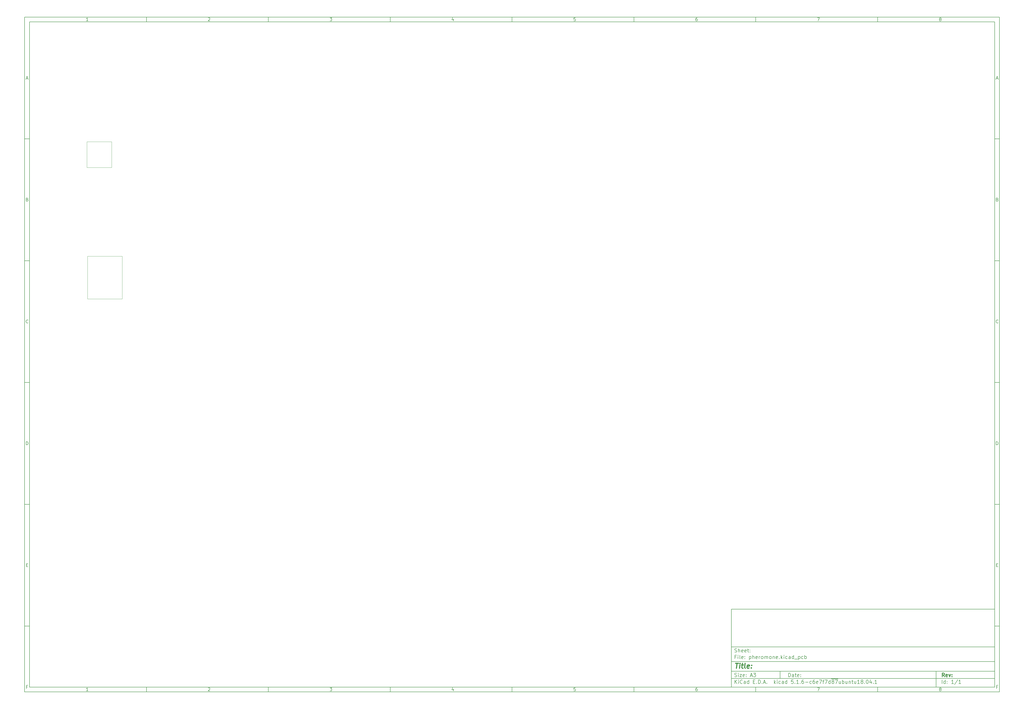
<source format=gbr>
G04 #@! TF.GenerationSoftware,KiCad,Pcbnew,5.1.6-c6e7f7d~87~ubuntu18.04.1*
G04 #@! TF.CreationDate,2020-08-29T00:17:55+02:00*
G04 #@! TF.ProjectId,pheromone,70686572-6f6d-46f6-9e65-2e6b69636164,rev?*
G04 #@! TF.SameCoordinates,Original*
G04 #@! TF.FileFunction,Other,User*
%FSLAX46Y46*%
G04 Gerber Fmt 4.6, Leading zero omitted, Abs format (unit mm)*
G04 Created by KiCad (PCBNEW 5.1.6-c6e7f7d~87~ubuntu18.04.1) date 2020-08-29 00:17:55*
%MOMM*%
%LPD*%
G01*
G04 APERTURE LIST*
%ADD10C,0.100000*%
%ADD11C,0.150000*%
%ADD12C,0.300000*%
%ADD13C,0.400000*%
%ADD14C,0.050000*%
G04 APERTURE END LIST*
D10*
D11*
X299989000Y-253002200D02*
X299989000Y-285002200D01*
X407989000Y-285002200D01*
X407989000Y-253002200D01*
X299989000Y-253002200D01*
D10*
D11*
X10000000Y-10000000D02*
X10000000Y-287002200D01*
X409989000Y-287002200D01*
X409989000Y-10000000D01*
X10000000Y-10000000D01*
D10*
D11*
X12000000Y-12000000D02*
X12000000Y-285002200D01*
X407989000Y-285002200D01*
X407989000Y-12000000D01*
X12000000Y-12000000D01*
D10*
D11*
X60000000Y-12000000D02*
X60000000Y-10000000D01*
D10*
D11*
X110000000Y-12000000D02*
X110000000Y-10000000D01*
D10*
D11*
X160000000Y-12000000D02*
X160000000Y-10000000D01*
D10*
D11*
X210000000Y-12000000D02*
X210000000Y-10000000D01*
D10*
D11*
X260000000Y-12000000D02*
X260000000Y-10000000D01*
D10*
D11*
X310000000Y-12000000D02*
X310000000Y-10000000D01*
D10*
D11*
X360000000Y-12000000D02*
X360000000Y-10000000D01*
D10*
D11*
X36065476Y-11588095D02*
X35322619Y-11588095D01*
X35694047Y-11588095D02*
X35694047Y-10288095D01*
X35570238Y-10473809D01*
X35446428Y-10597619D01*
X35322619Y-10659523D01*
D10*
D11*
X85322619Y-10411904D02*
X85384523Y-10350000D01*
X85508333Y-10288095D01*
X85817857Y-10288095D01*
X85941666Y-10350000D01*
X86003571Y-10411904D01*
X86065476Y-10535714D01*
X86065476Y-10659523D01*
X86003571Y-10845238D01*
X85260714Y-11588095D01*
X86065476Y-11588095D01*
D10*
D11*
X135260714Y-10288095D02*
X136065476Y-10288095D01*
X135632142Y-10783333D01*
X135817857Y-10783333D01*
X135941666Y-10845238D01*
X136003571Y-10907142D01*
X136065476Y-11030952D01*
X136065476Y-11340476D01*
X136003571Y-11464285D01*
X135941666Y-11526190D01*
X135817857Y-11588095D01*
X135446428Y-11588095D01*
X135322619Y-11526190D01*
X135260714Y-11464285D01*
D10*
D11*
X185941666Y-10721428D02*
X185941666Y-11588095D01*
X185632142Y-10226190D02*
X185322619Y-11154761D01*
X186127380Y-11154761D01*
D10*
D11*
X236003571Y-10288095D02*
X235384523Y-10288095D01*
X235322619Y-10907142D01*
X235384523Y-10845238D01*
X235508333Y-10783333D01*
X235817857Y-10783333D01*
X235941666Y-10845238D01*
X236003571Y-10907142D01*
X236065476Y-11030952D01*
X236065476Y-11340476D01*
X236003571Y-11464285D01*
X235941666Y-11526190D01*
X235817857Y-11588095D01*
X235508333Y-11588095D01*
X235384523Y-11526190D01*
X235322619Y-11464285D01*
D10*
D11*
X285941666Y-10288095D02*
X285694047Y-10288095D01*
X285570238Y-10350000D01*
X285508333Y-10411904D01*
X285384523Y-10597619D01*
X285322619Y-10845238D01*
X285322619Y-11340476D01*
X285384523Y-11464285D01*
X285446428Y-11526190D01*
X285570238Y-11588095D01*
X285817857Y-11588095D01*
X285941666Y-11526190D01*
X286003571Y-11464285D01*
X286065476Y-11340476D01*
X286065476Y-11030952D01*
X286003571Y-10907142D01*
X285941666Y-10845238D01*
X285817857Y-10783333D01*
X285570238Y-10783333D01*
X285446428Y-10845238D01*
X285384523Y-10907142D01*
X285322619Y-11030952D01*
D10*
D11*
X335260714Y-10288095D02*
X336127380Y-10288095D01*
X335570238Y-11588095D01*
D10*
D11*
X385570238Y-10845238D02*
X385446428Y-10783333D01*
X385384523Y-10721428D01*
X385322619Y-10597619D01*
X385322619Y-10535714D01*
X385384523Y-10411904D01*
X385446428Y-10350000D01*
X385570238Y-10288095D01*
X385817857Y-10288095D01*
X385941666Y-10350000D01*
X386003571Y-10411904D01*
X386065476Y-10535714D01*
X386065476Y-10597619D01*
X386003571Y-10721428D01*
X385941666Y-10783333D01*
X385817857Y-10845238D01*
X385570238Y-10845238D01*
X385446428Y-10907142D01*
X385384523Y-10969047D01*
X385322619Y-11092857D01*
X385322619Y-11340476D01*
X385384523Y-11464285D01*
X385446428Y-11526190D01*
X385570238Y-11588095D01*
X385817857Y-11588095D01*
X385941666Y-11526190D01*
X386003571Y-11464285D01*
X386065476Y-11340476D01*
X386065476Y-11092857D01*
X386003571Y-10969047D01*
X385941666Y-10907142D01*
X385817857Y-10845238D01*
D10*
D11*
X60000000Y-285002200D02*
X60000000Y-287002200D01*
D10*
D11*
X110000000Y-285002200D02*
X110000000Y-287002200D01*
D10*
D11*
X160000000Y-285002200D02*
X160000000Y-287002200D01*
D10*
D11*
X210000000Y-285002200D02*
X210000000Y-287002200D01*
D10*
D11*
X260000000Y-285002200D02*
X260000000Y-287002200D01*
D10*
D11*
X310000000Y-285002200D02*
X310000000Y-287002200D01*
D10*
D11*
X360000000Y-285002200D02*
X360000000Y-287002200D01*
D10*
D11*
X36065476Y-286590295D02*
X35322619Y-286590295D01*
X35694047Y-286590295D02*
X35694047Y-285290295D01*
X35570238Y-285476009D01*
X35446428Y-285599819D01*
X35322619Y-285661723D01*
D10*
D11*
X85322619Y-285414104D02*
X85384523Y-285352200D01*
X85508333Y-285290295D01*
X85817857Y-285290295D01*
X85941666Y-285352200D01*
X86003571Y-285414104D01*
X86065476Y-285537914D01*
X86065476Y-285661723D01*
X86003571Y-285847438D01*
X85260714Y-286590295D01*
X86065476Y-286590295D01*
D10*
D11*
X135260714Y-285290295D02*
X136065476Y-285290295D01*
X135632142Y-285785533D01*
X135817857Y-285785533D01*
X135941666Y-285847438D01*
X136003571Y-285909342D01*
X136065476Y-286033152D01*
X136065476Y-286342676D01*
X136003571Y-286466485D01*
X135941666Y-286528390D01*
X135817857Y-286590295D01*
X135446428Y-286590295D01*
X135322619Y-286528390D01*
X135260714Y-286466485D01*
D10*
D11*
X185941666Y-285723628D02*
X185941666Y-286590295D01*
X185632142Y-285228390D02*
X185322619Y-286156961D01*
X186127380Y-286156961D01*
D10*
D11*
X236003571Y-285290295D02*
X235384523Y-285290295D01*
X235322619Y-285909342D01*
X235384523Y-285847438D01*
X235508333Y-285785533D01*
X235817857Y-285785533D01*
X235941666Y-285847438D01*
X236003571Y-285909342D01*
X236065476Y-286033152D01*
X236065476Y-286342676D01*
X236003571Y-286466485D01*
X235941666Y-286528390D01*
X235817857Y-286590295D01*
X235508333Y-286590295D01*
X235384523Y-286528390D01*
X235322619Y-286466485D01*
D10*
D11*
X285941666Y-285290295D02*
X285694047Y-285290295D01*
X285570238Y-285352200D01*
X285508333Y-285414104D01*
X285384523Y-285599819D01*
X285322619Y-285847438D01*
X285322619Y-286342676D01*
X285384523Y-286466485D01*
X285446428Y-286528390D01*
X285570238Y-286590295D01*
X285817857Y-286590295D01*
X285941666Y-286528390D01*
X286003571Y-286466485D01*
X286065476Y-286342676D01*
X286065476Y-286033152D01*
X286003571Y-285909342D01*
X285941666Y-285847438D01*
X285817857Y-285785533D01*
X285570238Y-285785533D01*
X285446428Y-285847438D01*
X285384523Y-285909342D01*
X285322619Y-286033152D01*
D10*
D11*
X335260714Y-285290295D02*
X336127380Y-285290295D01*
X335570238Y-286590295D01*
D10*
D11*
X385570238Y-285847438D02*
X385446428Y-285785533D01*
X385384523Y-285723628D01*
X385322619Y-285599819D01*
X385322619Y-285537914D01*
X385384523Y-285414104D01*
X385446428Y-285352200D01*
X385570238Y-285290295D01*
X385817857Y-285290295D01*
X385941666Y-285352200D01*
X386003571Y-285414104D01*
X386065476Y-285537914D01*
X386065476Y-285599819D01*
X386003571Y-285723628D01*
X385941666Y-285785533D01*
X385817857Y-285847438D01*
X385570238Y-285847438D01*
X385446428Y-285909342D01*
X385384523Y-285971247D01*
X385322619Y-286095057D01*
X385322619Y-286342676D01*
X385384523Y-286466485D01*
X385446428Y-286528390D01*
X385570238Y-286590295D01*
X385817857Y-286590295D01*
X385941666Y-286528390D01*
X386003571Y-286466485D01*
X386065476Y-286342676D01*
X386065476Y-286095057D01*
X386003571Y-285971247D01*
X385941666Y-285909342D01*
X385817857Y-285847438D01*
D10*
D11*
X10000000Y-60000000D02*
X12000000Y-60000000D01*
D10*
D11*
X10000000Y-110000000D02*
X12000000Y-110000000D01*
D10*
D11*
X10000000Y-160000000D02*
X12000000Y-160000000D01*
D10*
D11*
X10000000Y-210000000D02*
X12000000Y-210000000D01*
D10*
D11*
X10000000Y-260000000D02*
X12000000Y-260000000D01*
D10*
D11*
X10690476Y-35216666D02*
X11309523Y-35216666D01*
X10566666Y-35588095D02*
X11000000Y-34288095D01*
X11433333Y-35588095D01*
D10*
D11*
X11092857Y-84907142D02*
X11278571Y-84969047D01*
X11340476Y-85030952D01*
X11402380Y-85154761D01*
X11402380Y-85340476D01*
X11340476Y-85464285D01*
X11278571Y-85526190D01*
X11154761Y-85588095D01*
X10659523Y-85588095D01*
X10659523Y-84288095D01*
X11092857Y-84288095D01*
X11216666Y-84350000D01*
X11278571Y-84411904D01*
X11340476Y-84535714D01*
X11340476Y-84659523D01*
X11278571Y-84783333D01*
X11216666Y-84845238D01*
X11092857Y-84907142D01*
X10659523Y-84907142D01*
D10*
D11*
X11402380Y-135464285D02*
X11340476Y-135526190D01*
X11154761Y-135588095D01*
X11030952Y-135588095D01*
X10845238Y-135526190D01*
X10721428Y-135402380D01*
X10659523Y-135278571D01*
X10597619Y-135030952D01*
X10597619Y-134845238D01*
X10659523Y-134597619D01*
X10721428Y-134473809D01*
X10845238Y-134350000D01*
X11030952Y-134288095D01*
X11154761Y-134288095D01*
X11340476Y-134350000D01*
X11402380Y-134411904D01*
D10*
D11*
X10659523Y-185588095D02*
X10659523Y-184288095D01*
X10969047Y-184288095D01*
X11154761Y-184350000D01*
X11278571Y-184473809D01*
X11340476Y-184597619D01*
X11402380Y-184845238D01*
X11402380Y-185030952D01*
X11340476Y-185278571D01*
X11278571Y-185402380D01*
X11154761Y-185526190D01*
X10969047Y-185588095D01*
X10659523Y-185588095D01*
D10*
D11*
X10721428Y-234907142D02*
X11154761Y-234907142D01*
X11340476Y-235588095D02*
X10721428Y-235588095D01*
X10721428Y-234288095D01*
X11340476Y-234288095D01*
D10*
D11*
X11185714Y-284907142D02*
X10752380Y-284907142D01*
X10752380Y-285588095D02*
X10752380Y-284288095D01*
X11371428Y-284288095D01*
D10*
D11*
X409989000Y-60000000D02*
X407989000Y-60000000D01*
D10*
D11*
X409989000Y-110000000D02*
X407989000Y-110000000D01*
D10*
D11*
X409989000Y-160000000D02*
X407989000Y-160000000D01*
D10*
D11*
X409989000Y-210000000D02*
X407989000Y-210000000D01*
D10*
D11*
X409989000Y-260000000D02*
X407989000Y-260000000D01*
D10*
D11*
X408679476Y-35216666D02*
X409298523Y-35216666D01*
X408555666Y-35588095D02*
X408989000Y-34288095D01*
X409422333Y-35588095D01*
D10*
D11*
X409081857Y-84907142D02*
X409267571Y-84969047D01*
X409329476Y-85030952D01*
X409391380Y-85154761D01*
X409391380Y-85340476D01*
X409329476Y-85464285D01*
X409267571Y-85526190D01*
X409143761Y-85588095D01*
X408648523Y-85588095D01*
X408648523Y-84288095D01*
X409081857Y-84288095D01*
X409205666Y-84350000D01*
X409267571Y-84411904D01*
X409329476Y-84535714D01*
X409329476Y-84659523D01*
X409267571Y-84783333D01*
X409205666Y-84845238D01*
X409081857Y-84907142D01*
X408648523Y-84907142D01*
D10*
D11*
X409391380Y-135464285D02*
X409329476Y-135526190D01*
X409143761Y-135588095D01*
X409019952Y-135588095D01*
X408834238Y-135526190D01*
X408710428Y-135402380D01*
X408648523Y-135278571D01*
X408586619Y-135030952D01*
X408586619Y-134845238D01*
X408648523Y-134597619D01*
X408710428Y-134473809D01*
X408834238Y-134350000D01*
X409019952Y-134288095D01*
X409143761Y-134288095D01*
X409329476Y-134350000D01*
X409391380Y-134411904D01*
D10*
D11*
X408648523Y-185588095D02*
X408648523Y-184288095D01*
X408958047Y-184288095D01*
X409143761Y-184350000D01*
X409267571Y-184473809D01*
X409329476Y-184597619D01*
X409391380Y-184845238D01*
X409391380Y-185030952D01*
X409329476Y-185278571D01*
X409267571Y-185402380D01*
X409143761Y-185526190D01*
X408958047Y-185588095D01*
X408648523Y-185588095D01*
D10*
D11*
X408710428Y-234907142D02*
X409143761Y-234907142D01*
X409329476Y-235588095D02*
X408710428Y-235588095D01*
X408710428Y-234288095D01*
X409329476Y-234288095D01*
D10*
D11*
X409174714Y-284907142D02*
X408741380Y-284907142D01*
X408741380Y-285588095D02*
X408741380Y-284288095D01*
X409360428Y-284288095D01*
D10*
D11*
X323421142Y-280780771D02*
X323421142Y-279280771D01*
X323778285Y-279280771D01*
X323992571Y-279352200D01*
X324135428Y-279495057D01*
X324206857Y-279637914D01*
X324278285Y-279923628D01*
X324278285Y-280137914D01*
X324206857Y-280423628D01*
X324135428Y-280566485D01*
X323992571Y-280709342D01*
X323778285Y-280780771D01*
X323421142Y-280780771D01*
X325564000Y-280780771D02*
X325564000Y-279995057D01*
X325492571Y-279852200D01*
X325349714Y-279780771D01*
X325064000Y-279780771D01*
X324921142Y-279852200D01*
X325564000Y-280709342D02*
X325421142Y-280780771D01*
X325064000Y-280780771D01*
X324921142Y-280709342D01*
X324849714Y-280566485D01*
X324849714Y-280423628D01*
X324921142Y-280280771D01*
X325064000Y-280209342D01*
X325421142Y-280209342D01*
X325564000Y-280137914D01*
X326064000Y-279780771D02*
X326635428Y-279780771D01*
X326278285Y-279280771D02*
X326278285Y-280566485D01*
X326349714Y-280709342D01*
X326492571Y-280780771D01*
X326635428Y-280780771D01*
X327706857Y-280709342D02*
X327564000Y-280780771D01*
X327278285Y-280780771D01*
X327135428Y-280709342D01*
X327064000Y-280566485D01*
X327064000Y-279995057D01*
X327135428Y-279852200D01*
X327278285Y-279780771D01*
X327564000Y-279780771D01*
X327706857Y-279852200D01*
X327778285Y-279995057D01*
X327778285Y-280137914D01*
X327064000Y-280280771D01*
X328421142Y-280637914D02*
X328492571Y-280709342D01*
X328421142Y-280780771D01*
X328349714Y-280709342D01*
X328421142Y-280637914D01*
X328421142Y-280780771D01*
X328421142Y-279852200D02*
X328492571Y-279923628D01*
X328421142Y-279995057D01*
X328349714Y-279923628D01*
X328421142Y-279852200D01*
X328421142Y-279995057D01*
D10*
D11*
X299989000Y-281502200D02*
X407989000Y-281502200D01*
D10*
D11*
X301421142Y-283580771D02*
X301421142Y-282080771D01*
X302278285Y-283580771D02*
X301635428Y-282723628D01*
X302278285Y-282080771D02*
X301421142Y-282937914D01*
X302921142Y-283580771D02*
X302921142Y-282580771D01*
X302921142Y-282080771D02*
X302849714Y-282152200D01*
X302921142Y-282223628D01*
X302992571Y-282152200D01*
X302921142Y-282080771D01*
X302921142Y-282223628D01*
X304492571Y-283437914D02*
X304421142Y-283509342D01*
X304206857Y-283580771D01*
X304064000Y-283580771D01*
X303849714Y-283509342D01*
X303706857Y-283366485D01*
X303635428Y-283223628D01*
X303564000Y-282937914D01*
X303564000Y-282723628D01*
X303635428Y-282437914D01*
X303706857Y-282295057D01*
X303849714Y-282152200D01*
X304064000Y-282080771D01*
X304206857Y-282080771D01*
X304421142Y-282152200D01*
X304492571Y-282223628D01*
X305778285Y-283580771D02*
X305778285Y-282795057D01*
X305706857Y-282652200D01*
X305564000Y-282580771D01*
X305278285Y-282580771D01*
X305135428Y-282652200D01*
X305778285Y-283509342D02*
X305635428Y-283580771D01*
X305278285Y-283580771D01*
X305135428Y-283509342D01*
X305064000Y-283366485D01*
X305064000Y-283223628D01*
X305135428Y-283080771D01*
X305278285Y-283009342D01*
X305635428Y-283009342D01*
X305778285Y-282937914D01*
X307135428Y-283580771D02*
X307135428Y-282080771D01*
X307135428Y-283509342D02*
X306992571Y-283580771D01*
X306706857Y-283580771D01*
X306564000Y-283509342D01*
X306492571Y-283437914D01*
X306421142Y-283295057D01*
X306421142Y-282866485D01*
X306492571Y-282723628D01*
X306564000Y-282652200D01*
X306706857Y-282580771D01*
X306992571Y-282580771D01*
X307135428Y-282652200D01*
X308992571Y-282795057D02*
X309492571Y-282795057D01*
X309706857Y-283580771D02*
X308992571Y-283580771D01*
X308992571Y-282080771D01*
X309706857Y-282080771D01*
X310349714Y-283437914D02*
X310421142Y-283509342D01*
X310349714Y-283580771D01*
X310278285Y-283509342D01*
X310349714Y-283437914D01*
X310349714Y-283580771D01*
X311064000Y-283580771D02*
X311064000Y-282080771D01*
X311421142Y-282080771D01*
X311635428Y-282152200D01*
X311778285Y-282295057D01*
X311849714Y-282437914D01*
X311921142Y-282723628D01*
X311921142Y-282937914D01*
X311849714Y-283223628D01*
X311778285Y-283366485D01*
X311635428Y-283509342D01*
X311421142Y-283580771D01*
X311064000Y-283580771D01*
X312564000Y-283437914D02*
X312635428Y-283509342D01*
X312564000Y-283580771D01*
X312492571Y-283509342D01*
X312564000Y-283437914D01*
X312564000Y-283580771D01*
X313206857Y-283152200D02*
X313921142Y-283152200D01*
X313064000Y-283580771D02*
X313564000Y-282080771D01*
X314064000Y-283580771D01*
X314564000Y-283437914D02*
X314635428Y-283509342D01*
X314564000Y-283580771D01*
X314492571Y-283509342D01*
X314564000Y-283437914D01*
X314564000Y-283580771D01*
X317564000Y-283580771D02*
X317564000Y-282080771D01*
X317706857Y-283009342D02*
X318135428Y-283580771D01*
X318135428Y-282580771D02*
X317564000Y-283152200D01*
X318778285Y-283580771D02*
X318778285Y-282580771D01*
X318778285Y-282080771D02*
X318706857Y-282152200D01*
X318778285Y-282223628D01*
X318849714Y-282152200D01*
X318778285Y-282080771D01*
X318778285Y-282223628D01*
X320135428Y-283509342D02*
X319992571Y-283580771D01*
X319706857Y-283580771D01*
X319564000Y-283509342D01*
X319492571Y-283437914D01*
X319421142Y-283295057D01*
X319421142Y-282866485D01*
X319492571Y-282723628D01*
X319564000Y-282652200D01*
X319706857Y-282580771D01*
X319992571Y-282580771D01*
X320135428Y-282652200D01*
X321421142Y-283580771D02*
X321421142Y-282795057D01*
X321349714Y-282652200D01*
X321206857Y-282580771D01*
X320921142Y-282580771D01*
X320778285Y-282652200D01*
X321421142Y-283509342D02*
X321278285Y-283580771D01*
X320921142Y-283580771D01*
X320778285Y-283509342D01*
X320706857Y-283366485D01*
X320706857Y-283223628D01*
X320778285Y-283080771D01*
X320921142Y-283009342D01*
X321278285Y-283009342D01*
X321421142Y-282937914D01*
X322778285Y-283580771D02*
X322778285Y-282080771D01*
X322778285Y-283509342D02*
X322635428Y-283580771D01*
X322349714Y-283580771D01*
X322206857Y-283509342D01*
X322135428Y-283437914D01*
X322064000Y-283295057D01*
X322064000Y-282866485D01*
X322135428Y-282723628D01*
X322206857Y-282652200D01*
X322349714Y-282580771D01*
X322635428Y-282580771D01*
X322778285Y-282652200D01*
X325349714Y-282080771D02*
X324635428Y-282080771D01*
X324564000Y-282795057D01*
X324635428Y-282723628D01*
X324778285Y-282652200D01*
X325135428Y-282652200D01*
X325278285Y-282723628D01*
X325349714Y-282795057D01*
X325421142Y-282937914D01*
X325421142Y-283295057D01*
X325349714Y-283437914D01*
X325278285Y-283509342D01*
X325135428Y-283580771D01*
X324778285Y-283580771D01*
X324635428Y-283509342D01*
X324564000Y-283437914D01*
X326064000Y-283437914D02*
X326135428Y-283509342D01*
X326064000Y-283580771D01*
X325992571Y-283509342D01*
X326064000Y-283437914D01*
X326064000Y-283580771D01*
X327564000Y-283580771D02*
X326706857Y-283580771D01*
X327135428Y-283580771D02*
X327135428Y-282080771D01*
X326992571Y-282295057D01*
X326849714Y-282437914D01*
X326706857Y-282509342D01*
X328206857Y-283437914D02*
X328278285Y-283509342D01*
X328206857Y-283580771D01*
X328135428Y-283509342D01*
X328206857Y-283437914D01*
X328206857Y-283580771D01*
X329564000Y-282080771D02*
X329278285Y-282080771D01*
X329135428Y-282152200D01*
X329064000Y-282223628D01*
X328921142Y-282437914D01*
X328849714Y-282723628D01*
X328849714Y-283295057D01*
X328921142Y-283437914D01*
X328992571Y-283509342D01*
X329135428Y-283580771D01*
X329421142Y-283580771D01*
X329564000Y-283509342D01*
X329635428Y-283437914D01*
X329706857Y-283295057D01*
X329706857Y-282937914D01*
X329635428Y-282795057D01*
X329564000Y-282723628D01*
X329421142Y-282652200D01*
X329135428Y-282652200D01*
X328992571Y-282723628D01*
X328921142Y-282795057D01*
X328849714Y-282937914D01*
X330349714Y-283009342D02*
X331492571Y-283009342D01*
X332849714Y-283509342D02*
X332706857Y-283580771D01*
X332421142Y-283580771D01*
X332278285Y-283509342D01*
X332206857Y-283437914D01*
X332135428Y-283295057D01*
X332135428Y-282866485D01*
X332206857Y-282723628D01*
X332278285Y-282652200D01*
X332421142Y-282580771D01*
X332706857Y-282580771D01*
X332849714Y-282652200D01*
X334135428Y-282080771D02*
X333849714Y-282080771D01*
X333706857Y-282152200D01*
X333635428Y-282223628D01*
X333492571Y-282437914D01*
X333421142Y-282723628D01*
X333421142Y-283295057D01*
X333492571Y-283437914D01*
X333564000Y-283509342D01*
X333706857Y-283580771D01*
X333992571Y-283580771D01*
X334135428Y-283509342D01*
X334206857Y-283437914D01*
X334278285Y-283295057D01*
X334278285Y-282937914D01*
X334206857Y-282795057D01*
X334135428Y-282723628D01*
X333992571Y-282652200D01*
X333706857Y-282652200D01*
X333564000Y-282723628D01*
X333492571Y-282795057D01*
X333421142Y-282937914D01*
X335492571Y-283509342D02*
X335349714Y-283580771D01*
X335064000Y-283580771D01*
X334921142Y-283509342D01*
X334849714Y-283366485D01*
X334849714Y-282795057D01*
X334921142Y-282652200D01*
X335064000Y-282580771D01*
X335349714Y-282580771D01*
X335492571Y-282652200D01*
X335564000Y-282795057D01*
X335564000Y-282937914D01*
X334849714Y-283080771D01*
X336064000Y-282080771D02*
X337064000Y-282080771D01*
X336421142Y-283580771D01*
X337421142Y-282580771D02*
X337992571Y-282580771D01*
X337635428Y-283580771D02*
X337635428Y-282295057D01*
X337706857Y-282152200D01*
X337849714Y-282080771D01*
X337992571Y-282080771D01*
X338349714Y-282080771D02*
X339349714Y-282080771D01*
X338706857Y-283580771D01*
X340564000Y-283580771D02*
X340564000Y-282080771D01*
X340564000Y-283509342D02*
X340421142Y-283580771D01*
X340135428Y-283580771D01*
X339992571Y-283509342D01*
X339921142Y-283437914D01*
X339849714Y-283295057D01*
X339849714Y-282866485D01*
X339921142Y-282723628D01*
X339992571Y-282652200D01*
X340135428Y-282580771D01*
X340421142Y-282580771D01*
X340564000Y-282652200D01*
X340921142Y-281672200D02*
X342349714Y-281672200D01*
X341492571Y-282723628D02*
X341349714Y-282652200D01*
X341278285Y-282580771D01*
X341206857Y-282437914D01*
X341206857Y-282366485D01*
X341278285Y-282223628D01*
X341349714Y-282152200D01*
X341492571Y-282080771D01*
X341778285Y-282080771D01*
X341921142Y-282152200D01*
X341992571Y-282223628D01*
X342064000Y-282366485D01*
X342064000Y-282437914D01*
X341992571Y-282580771D01*
X341921142Y-282652200D01*
X341778285Y-282723628D01*
X341492571Y-282723628D01*
X341349714Y-282795057D01*
X341278285Y-282866485D01*
X341206857Y-283009342D01*
X341206857Y-283295057D01*
X341278285Y-283437914D01*
X341349714Y-283509342D01*
X341492571Y-283580771D01*
X341778285Y-283580771D01*
X341921142Y-283509342D01*
X341992571Y-283437914D01*
X342064000Y-283295057D01*
X342064000Y-283009342D01*
X341992571Y-282866485D01*
X341921142Y-282795057D01*
X341778285Y-282723628D01*
X342349714Y-281672200D02*
X343778285Y-281672200D01*
X342564000Y-282080771D02*
X343564000Y-282080771D01*
X342921142Y-283580771D01*
X344778285Y-282580771D02*
X344778285Y-283580771D01*
X344135428Y-282580771D02*
X344135428Y-283366485D01*
X344206857Y-283509342D01*
X344349714Y-283580771D01*
X344564000Y-283580771D01*
X344706857Y-283509342D01*
X344778285Y-283437914D01*
X345492571Y-283580771D02*
X345492571Y-282080771D01*
X345492571Y-282652200D02*
X345635428Y-282580771D01*
X345921142Y-282580771D01*
X346064000Y-282652200D01*
X346135428Y-282723628D01*
X346206857Y-282866485D01*
X346206857Y-283295057D01*
X346135428Y-283437914D01*
X346064000Y-283509342D01*
X345921142Y-283580771D01*
X345635428Y-283580771D01*
X345492571Y-283509342D01*
X347492571Y-282580771D02*
X347492571Y-283580771D01*
X346849714Y-282580771D02*
X346849714Y-283366485D01*
X346921142Y-283509342D01*
X347064000Y-283580771D01*
X347278285Y-283580771D01*
X347421142Y-283509342D01*
X347492571Y-283437914D01*
X348206857Y-282580771D02*
X348206857Y-283580771D01*
X348206857Y-282723628D02*
X348278285Y-282652200D01*
X348421142Y-282580771D01*
X348635428Y-282580771D01*
X348778285Y-282652200D01*
X348849714Y-282795057D01*
X348849714Y-283580771D01*
X349349714Y-282580771D02*
X349921142Y-282580771D01*
X349564000Y-282080771D02*
X349564000Y-283366485D01*
X349635428Y-283509342D01*
X349778285Y-283580771D01*
X349921142Y-283580771D01*
X351064000Y-282580771D02*
X351064000Y-283580771D01*
X350421142Y-282580771D02*
X350421142Y-283366485D01*
X350492571Y-283509342D01*
X350635428Y-283580771D01*
X350849714Y-283580771D01*
X350992571Y-283509342D01*
X351064000Y-283437914D01*
X352564000Y-283580771D02*
X351706857Y-283580771D01*
X352135428Y-283580771D02*
X352135428Y-282080771D01*
X351992571Y-282295057D01*
X351849714Y-282437914D01*
X351706857Y-282509342D01*
X353421142Y-282723628D02*
X353278285Y-282652200D01*
X353206857Y-282580771D01*
X353135428Y-282437914D01*
X353135428Y-282366485D01*
X353206857Y-282223628D01*
X353278285Y-282152200D01*
X353421142Y-282080771D01*
X353706857Y-282080771D01*
X353849714Y-282152200D01*
X353921142Y-282223628D01*
X353992571Y-282366485D01*
X353992571Y-282437914D01*
X353921142Y-282580771D01*
X353849714Y-282652200D01*
X353706857Y-282723628D01*
X353421142Y-282723628D01*
X353278285Y-282795057D01*
X353206857Y-282866485D01*
X353135428Y-283009342D01*
X353135428Y-283295057D01*
X353206857Y-283437914D01*
X353278285Y-283509342D01*
X353421142Y-283580771D01*
X353706857Y-283580771D01*
X353849714Y-283509342D01*
X353921142Y-283437914D01*
X353992571Y-283295057D01*
X353992571Y-283009342D01*
X353921142Y-282866485D01*
X353849714Y-282795057D01*
X353706857Y-282723628D01*
X354635428Y-283437914D02*
X354706857Y-283509342D01*
X354635428Y-283580771D01*
X354564000Y-283509342D01*
X354635428Y-283437914D01*
X354635428Y-283580771D01*
X355635428Y-282080771D02*
X355778285Y-282080771D01*
X355921142Y-282152200D01*
X355992571Y-282223628D01*
X356064000Y-282366485D01*
X356135428Y-282652200D01*
X356135428Y-283009342D01*
X356064000Y-283295057D01*
X355992571Y-283437914D01*
X355921142Y-283509342D01*
X355778285Y-283580771D01*
X355635428Y-283580771D01*
X355492571Y-283509342D01*
X355421142Y-283437914D01*
X355349714Y-283295057D01*
X355278285Y-283009342D01*
X355278285Y-282652200D01*
X355349714Y-282366485D01*
X355421142Y-282223628D01*
X355492571Y-282152200D01*
X355635428Y-282080771D01*
X357421142Y-282580771D02*
X357421142Y-283580771D01*
X357064000Y-282009342D02*
X356706857Y-283080771D01*
X357635428Y-283080771D01*
X358206857Y-283437914D02*
X358278285Y-283509342D01*
X358206857Y-283580771D01*
X358135428Y-283509342D01*
X358206857Y-283437914D01*
X358206857Y-283580771D01*
X359706857Y-283580771D02*
X358849714Y-283580771D01*
X359278285Y-283580771D02*
X359278285Y-282080771D01*
X359135428Y-282295057D01*
X358992571Y-282437914D01*
X358849714Y-282509342D01*
D10*
D11*
X299989000Y-278502200D02*
X407989000Y-278502200D01*
D10*
D12*
X387398285Y-280780771D02*
X386898285Y-280066485D01*
X386541142Y-280780771D02*
X386541142Y-279280771D01*
X387112571Y-279280771D01*
X387255428Y-279352200D01*
X387326857Y-279423628D01*
X387398285Y-279566485D01*
X387398285Y-279780771D01*
X387326857Y-279923628D01*
X387255428Y-279995057D01*
X387112571Y-280066485D01*
X386541142Y-280066485D01*
X388612571Y-280709342D02*
X388469714Y-280780771D01*
X388184000Y-280780771D01*
X388041142Y-280709342D01*
X387969714Y-280566485D01*
X387969714Y-279995057D01*
X388041142Y-279852200D01*
X388184000Y-279780771D01*
X388469714Y-279780771D01*
X388612571Y-279852200D01*
X388684000Y-279995057D01*
X388684000Y-280137914D01*
X387969714Y-280280771D01*
X389184000Y-279780771D02*
X389541142Y-280780771D01*
X389898285Y-279780771D01*
X390469714Y-280637914D02*
X390541142Y-280709342D01*
X390469714Y-280780771D01*
X390398285Y-280709342D01*
X390469714Y-280637914D01*
X390469714Y-280780771D01*
X390469714Y-279852200D02*
X390541142Y-279923628D01*
X390469714Y-279995057D01*
X390398285Y-279923628D01*
X390469714Y-279852200D01*
X390469714Y-279995057D01*
D10*
D11*
X301349714Y-280709342D02*
X301564000Y-280780771D01*
X301921142Y-280780771D01*
X302064000Y-280709342D01*
X302135428Y-280637914D01*
X302206857Y-280495057D01*
X302206857Y-280352200D01*
X302135428Y-280209342D01*
X302064000Y-280137914D01*
X301921142Y-280066485D01*
X301635428Y-279995057D01*
X301492571Y-279923628D01*
X301421142Y-279852200D01*
X301349714Y-279709342D01*
X301349714Y-279566485D01*
X301421142Y-279423628D01*
X301492571Y-279352200D01*
X301635428Y-279280771D01*
X301992571Y-279280771D01*
X302206857Y-279352200D01*
X302849714Y-280780771D02*
X302849714Y-279780771D01*
X302849714Y-279280771D02*
X302778285Y-279352200D01*
X302849714Y-279423628D01*
X302921142Y-279352200D01*
X302849714Y-279280771D01*
X302849714Y-279423628D01*
X303421142Y-279780771D02*
X304206857Y-279780771D01*
X303421142Y-280780771D01*
X304206857Y-280780771D01*
X305349714Y-280709342D02*
X305206857Y-280780771D01*
X304921142Y-280780771D01*
X304778285Y-280709342D01*
X304706857Y-280566485D01*
X304706857Y-279995057D01*
X304778285Y-279852200D01*
X304921142Y-279780771D01*
X305206857Y-279780771D01*
X305349714Y-279852200D01*
X305421142Y-279995057D01*
X305421142Y-280137914D01*
X304706857Y-280280771D01*
X306064000Y-280637914D02*
X306135428Y-280709342D01*
X306064000Y-280780771D01*
X305992571Y-280709342D01*
X306064000Y-280637914D01*
X306064000Y-280780771D01*
X306064000Y-279852200D02*
X306135428Y-279923628D01*
X306064000Y-279995057D01*
X305992571Y-279923628D01*
X306064000Y-279852200D01*
X306064000Y-279995057D01*
X307849714Y-280352200D02*
X308564000Y-280352200D01*
X307706857Y-280780771D02*
X308206857Y-279280771D01*
X308706857Y-280780771D01*
X309064000Y-279280771D02*
X309992571Y-279280771D01*
X309492571Y-279852200D01*
X309706857Y-279852200D01*
X309849714Y-279923628D01*
X309921142Y-279995057D01*
X309992571Y-280137914D01*
X309992571Y-280495057D01*
X309921142Y-280637914D01*
X309849714Y-280709342D01*
X309706857Y-280780771D01*
X309278285Y-280780771D01*
X309135428Y-280709342D01*
X309064000Y-280637914D01*
D10*
D11*
X386421142Y-283580771D02*
X386421142Y-282080771D01*
X387778285Y-283580771D02*
X387778285Y-282080771D01*
X387778285Y-283509342D02*
X387635428Y-283580771D01*
X387349714Y-283580771D01*
X387206857Y-283509342D01*
X387135428Y-283437914D01*
X387064000Y-283295057D01*
X387064000Y-282866485D01*
X387135428Y-282723628D01*
X387206857Y-282652200D01*
X387349714Y-282580771D01*
X387635428Y-282580771D01*
X387778285Y-282652200D01*
X388492571Y-283437914D02*
X388564000Y-283509342D01*
X388492571Y-283580771D01*
X388421142Y-283509342D01*
X388492571Y-283437914D01*
X388492571Y-283580771D01*
X388492571Y-282652200D02*
X388564000Y-282723628D01*
X388492571Y-282795057D01*
X388421142Y-282723628D01*
X388492571Y-282652200D01*
X388492571Y-282795057D01*
X391135428Y-283580771D02*
X390278285Y-283580771D01*
X390706857Y-283580771D02*
X390706857Y-282080771D01*
X390564000Y-282295057D01*
X390421142Y-282437914D01*
X390278285Y-282509342D01*
X392849714Y-282009342D02*
X391564000Y-283937914D01*
X394135428Y-283580771D02*
X393278285Y-283580771D01*
X393706857Y-283580771D02*
X393706857Y-282080771D01*
X393564000Y-282295057D01*
X393421142Y-282437914D01*
X393278285Y-282509342D01*
D10*
D11*
X299989000Y-274502200D02*
X407989000Y-274502200D01*
D10*
D13*
X301701380Y-275206961D02*
X302844238Y-275206961D01*
X302022809Y-277206961D02*
X302272809Y-275206961D01*
X303260904Y-277206961D02*
X303427571Y-275873628D01*
X303510904Y-275206961D02*
X303403761Y-275302200D01*
X303487095Y-275397438D01*
X303594238Y-275302200D01*
X303510904Y-275206961D01*
X303487095Y-275397438D01*
X304094238Y-275873628D02*
X304856142Y-275873628D01*
X304463285Y-275206961D02*
X304249000Y-276921247D01*
X304320428Y-277111723D01*
X304499000Y-277206961D01*
X304689476Y-277206961D01*
X305641857Y-277206961D02*
X305463285Y-277111723D01*
X305391857Y-276921247D01*
X305606142Y-275206961D01*
X307177571Y-277111723D02*
X306975190Y-277206961D01*
X306594238Y-277206961D01*
X306415666Y-277111723D01*
X306344238Y-276921247D01*
X306439476Y-276159342D01*
X306558523Y-275968866D01*
X306760904Y-275873628D01*
X307141857Y-275873628D01*
X307320428Y-275968866D01*
X307391857Y-276159342D01*
X307368047Y-276349819D01*
X306391857Y-276540295D01*
X308141857Y-277016485D02*
X308225190Y-277111723D01*
X308118047Y-277206961D01*
X308034714Y-277111723D01*
X308141857Y-277016485D01*
X308118047Y-277206961D01*
X308272809Y-275968866D02*
X308356142Y-276064104D01*
X308249000Y-276159342D01*
X308165666Y-276064104D01*
X308272809Y-275968866D01*
X308249000Y-276159342D01*
D10*
D11*
X301921142Y-272595057D02*
X301421142Y-272595057D01*
X301421142Y-273380771D02*
X301421142Y-271880771D01*
X302135428Y-271880771D01*
X302706857Y-273380771D02*
X302706857Y-272380771D01*
X302706857Y-271880771D02*
X302635428Y-271952200D01*
X302706857Y-272023628D01*
X302778285Y-271952200D01*
X302706857Y-271880771D01*
X302706857Y-272023628D01*
X303635428Y-273380771D02*
X303492571Y-273309342D01*
X303421142Y-273166485D01*
X303421142Y-271880771D01*
X304778285Y-273309342D02*
X304635428Y-273380771D01*
X304349714Y-273380771D01*
X304206857Y-273309342D01*
X304135428Y-273166485D01*
X304135428Y-272595057D01*
X304206857Y-272452200D01*
X304349714Y-272380771D01*
X304635428Y-272380771D01*
X304778285Y-272452200D01*
X304849714Y-272595057D01*
X304849714Y-272737914D01*
X304135428Y-272880771D01*
X305492571Y-273237914D02*
X305564000Y-273309342D01*
X305492571Y-273380771D01*
X305421142Y-273309342D01*
X305492571Y-273237914D01*
X305492571Y-273380771D01*
X305492571Y-272452200D02*
X305564000Y-272523628D01*
X305492571Y-272595057D01*
X305421142Y-272523628D01*
X305492571Y-272452200D01*
X305492571Y-272595057D01*
X307349714Y-272380771D02*
X307349714Y-273880771D01*
X307349714Y-272452200D02*
X307492571Y-272380771D01*
X307778285Y-272380771D01*
X307921142Y-272452200D01*
X307992571Y-272523628D01*
X308064000Y-272666485D01*
X308064000Y-273095057D01*
X307992571Y-273237914D01*
X307921142Y-273309342D01*
X307778285Y-273380771D01*
X307492571Y-273380771D01*
X307349714Y-273309342D01*
X308706857Y-273380771D02*
X308706857Y-271880771D01*
X309349714Y-273380771D02*
X309349714Y-272595057D01*
X309278285Y-272452200D01*
X309135428Y-272380771D01*
X308921142Y-272380771D01*
X308778285Y-272452200D01*
X308706857Y-272523628D01*
X310635428Y-273309342D02*
X310492571Y-273380771D01*
X310206857Y-273380771D01*
X310064000Y-273309342D01*
X309992571Y-273166485D01*
X309992571Y-272595057D01*
X310064000Y-272452200D01*
X310206857Y-272380771D01*
X310492571Y-272380771D01*
X310635428Y-272452200D01*
X310706857Y-272595057D01*
X310706857Y-272737914D01*
X309992571Y-272880771D01*
X311349714Y-273380771D02*
X311349714Y-272380771D01*
X311349714Y-272666485D02*
X311421142Y-272523628D01*
X311492571Y-272452200D01*
X311635428Y-272380771D01*
X311778285Y-272380771D01*
X312492571Y-273380771D02*
X312349714Y-273309342D01*
X312278285Y-273237914D01*
X312206857Y-273095057D01*
X312206857Y-272666485D01*
X312278285Y-272523628D01*
X312349714Y-272452200D01*
X312492571Y-272380771D01*
X312706857Y-272380771D01*
X312849714Y-272452200D01*
X312921142Y-272523628D01*
X312992571Y-272666485D01*
X312992571Y-273095057D01*
X312921142Y-273237914D01*
X312849714Y-273309342D01*
X312706857Y-273380771D01*
X312492571Y-273380771D01*
X313635428Y-273380771D02*
X313635428Y-272380771D01*
X313635428Y-272523628D02*
X313706857Y-272452200D01*
X313849714Y-272380771D01*
X314064000Y-272380771D01*
X314206857Y-272452200D01*
X314278285Y-272595057D01*
X314278285Y-273380771D01*
X314278285Y-272595057D02*
X314349714Y-272452200D01*
X314492571Y-272380771D01*
X314706857Y-272380771D01*
X314849714Y-272452200D01*
X314921142Y-272595057D01*
X314921142Y-273380771D01*
X315849714Y-273380771D02*
X315706857Y-273309342D01*
X315635428Y-273237914D01*
X315564000Y-273095057D01*
X315564000Y-272666485D01*
X315635428Y-272523628D01*
X315706857Y-272452200D01*
X315849714Y-272380771D01*
X316064000Y-272380771D01*
X316206857Y-272452200D01*
X316278285Y-272523628D01*
X316349714Y-272666485D01*
X316349714Y-273095057D01*
X316278285Y-273237914D01*
X316206857Y-273309342D01*
X316064000Y-273380771D01*
X315849714Y-273380771D01*
X316992571Y-272380771D02*
X316992571Y-273380771D01*
X316992571Y-272523628D02*
X317064000Y-272452200D01*
X317206857Y-272380771D01*
X317421142Y-272380771D01*
X317564000Y-272452200D01*
X317635428Y-272595057D01*
X317635428Y-273380771D01*
X318921142Y-273309342D02*
X318778285Y-273380771D01*
X318492571Y-273380771D01*
X318349714Y-273309342D01*
X318278285Y-273166485D01*
X318278285Y-272595057D01*
X318349714Y-272452200D01*
X318492571Y-272380771D01*
X318778285Y-272380771D01*
X318921142Y-272452200D01*
X318992571Y-272595057D01*
X318992571Y-272737914D01*
X318278285Y-272880771D01*
X319635428Y-273237914D02*
X319706857Y-273309342D01*
X319635428Y-273380771D01*
X319564000Y-273309342D01*
X319635428Y-273237914D01*
X319635428Y-273380771D01*
X320349714Y-273380771D02*
X320349714Y-271880771D01*
X320492571Y-272809342D02*
X320921142Y-273380771D01*
X320921142Y-272380771D02*
X320349714Y-272952200D01*
X321564000Y-273380771D02*
X321564000Y-272380771D01*
X321564000Y-271880771D02*
X321492571Y-271952200D01*
X321564000Y-272023628D01*
X321635428Y-271952200D01*
X321564000Y-271880771D01*
X321564000Y-272023628D01*
X322921142Y-273309342D02*
X322778285Y-273380771D01*
X322492571Y-273380771D01*
X322349714Y-273309342D01*
X322278285Y-273237914D01*
X322206857Y-273095057D01*
X322206857Y-272666485D01*
X322278285Y-272523628D01*
X322349714Y-272452200D01*
X322492571Y-272380771D01*
X322778285Y-272380771D01*
X322921142Y-272452200D01*
X324206857Y-273380771D02*
X324206857Y-272595057D01*
X324135428Y-272452200D01*
X323992571Y-272380771D01*
X323706857Y-272380771D01*
X323564000Y-272452200D01*
X324206857Y-273309342D02*
X324064000Y-273380771D01*
X323706857Y-273380771D01*
X323564000Y-273309342D01*
X323492571Y-273166485D01*
X323492571Y-273023628D01*
X323564000Y-272880771D01*
X323706857Y-272809342D01*
X324064000Y-272809342D01*
X324206857Y-272737914D01*
X325564000Y-273380771D02*
X325564000Y-271880771D01*
X325564000Y-273309342D02*
X325421142Y-273380771D01*
X325135428Y-273380771D01*
X324992571Y-273309342D01*
X324921142Y-273237914D01*
X324849714Y-273095057D01*
X324849714Y-272666485D01*
X324921142Y-272523628D01*
X324992571Y-272452200D01*
X325135428Y-272380771D01*
X325421142Y-272380771D01*
X325564000Y-272452200D01*
X325921142Y-273523628D02*
X327064000Y-273523628D01*
X327421142Y-272380771D02*
X327421142Y-273880771D01*
X327421142Y-272452200D02*
X327564000Y-272380771D01*
X327849714Y-272380771D01*
X327992571Y-272452200D01*
X328064000Y-272523628D01*
X328135428Y-272666485D01*
X328135428Y-273095057D01*
X328064000Y-273237914D01*
X327992571Y-273309342D01*
X327849714Y-273380771D01*
X327564000Y-273380771D01*
X327421142Y-273309342D01*
X329421142Y-273309342D02*
X329278285Y-273380771D01*
X328992571Y-273380771D01*
X328849714Y-273309342D01*
X328778285Y-273237914D01*
X328706857Y-273095057D01*
X328706857Y-272666485D01*
X328778285Y-272523628D01*
X328849714Y-272452200D01*
X328992571Y-272380771D01*
X329278285Y-272380771D01*
X329421142Y-272452200D01*
X330064000Y-273380771D02*
X330064000Y-271880771D01*
X330064000Y-272452200D02*
X330206857Y-272380771D01*
X330492571Y-272380771D01*
X330635428Y-272452200D01*
X330706857Y-272523628D01*
X330778285Y-272666485D01*
X330778285Y-273095057D01*
X330706857Y-273237914D01*
X330635428Y-273309342D01*
X330492571Y-273380771D01*
X330206857Y-273380771D01*
X330064000Y-273309342D01*
D10*
D11*
X299989000Y-268502200D02*
X407989000Y-268502200D01*
D10*
D11*
X301349714Y-270609342D02*
X301564000Y-270680771D01*
X301921142Y-270680771D01*
X302064000Y-270609342D01*
X302135428Y-270537914D01*
X302206857Y-270395057D01*
X302206857Y-270252200D01*
X302135428Y-270109342D01*
X302064000Y-270037914D01*
X301921142Y-269966485D01*
X301635428Y-269895057D01*
X301492571Y-269823628D01*
X301421142Y-269752200D01*
X301349714Y-269609342D01*
X301349714Y-269466485D01*
X301421142Y-269323628D01*
X301492571Y-269252200D01*
X301635428Y-269180771D01*
X301992571Y-269180771D01*
X302206857Y-269252200D01*
X302849714Y-270680771D02*
X302849714Y-269180771D01*
X303492571Y-270680771D02*
X303492571Y-269895057D01*
X303421142Y-269752200D01*
X303278285Y-269680771D01*
X303064000Y-269680771D01*
X302921142Y-269752200D01*
X302849714Y-269823628D01*
X304778285Y-270609342D02*
X304635428Y-270680771D01*
X304349714Y-270680771D01*
X304206857Y-270609342D01*
X304135428Y-270466485D01*
X304135428Y-269895057D01*
X304206857Y-269752200D01*
X304349714Y-269680771D01*
X304635428Y-269680771D01*
X304778285Y-269752200D01*
X304849714Y-269895057D01*
X304849714Y-270037914D01*
X304135428Y-270180771D01*
X306064000Y-270609342D02*
X305921142Y-270680771D01*
X305635428Y-270680771D01*
X305492571Y-270609342D01*
X305421142Y-270466485D01*
X305421142Y-269895057D01*
X305492571Y-269752200D01*
X305635428Y-269680771D01*
X305921142Y-269680771D01*
X306064000Y-269752200D01*
X306135428Y-269895057D01*
X306135428Y-270037914D01*
X305421142Y-270180771D01*
X306564000Y-269680771D02*
X307135428Y-269680771D01*
X306778285Y-269180771D02*
X306778285Y-270466485D01*
X306849714Y-270609342D01*
X306992571Y-270680771D01*
X307135428Y-270680771D01*
X307635428Y-270537914D02*
X307706857Y-270609342D01*
X307635428Y-270680771D01*
X307564000Y-270609342D01*
X307635428Y-270537914D01*
X307635428Y-270680771D01*
X307635428Y-269752200D02*
X307706857Y-269823628D01*
X307635428Y-269895057D01*
X307564000Y-269823628D01*
X307635428Y-269752200D01*
X307635428Y-269895057D01*
D10*
D11*
X319989000Y-278502200D02*
X319989000Y-281502200D01*
D10*
D11*
X383989000Y-278502200D02*
X383989000Y-285002200D01*
D14*
X45764000Y-71750000D02*
X35594000Y-71750000D01*
X45764000Y-61200000D02*
X45764000Y-71750000D01*
X35594000Y-61200000D02*
X35594000Y-71750000D01*
X45764000Y-61200000D02*
X35594000Y-61200000D01*
X35801250Y-125650000D02*
X35801250Y-108150000D01*
X35801250Y-125650000D02*
X50001250Y-125650000D01*
X50001250Y-108150000D02*
X35801250Y-108150000D01*
X50001250Y-108150000D02*
X50001250Y-125650000D01*
M02*

</source>
